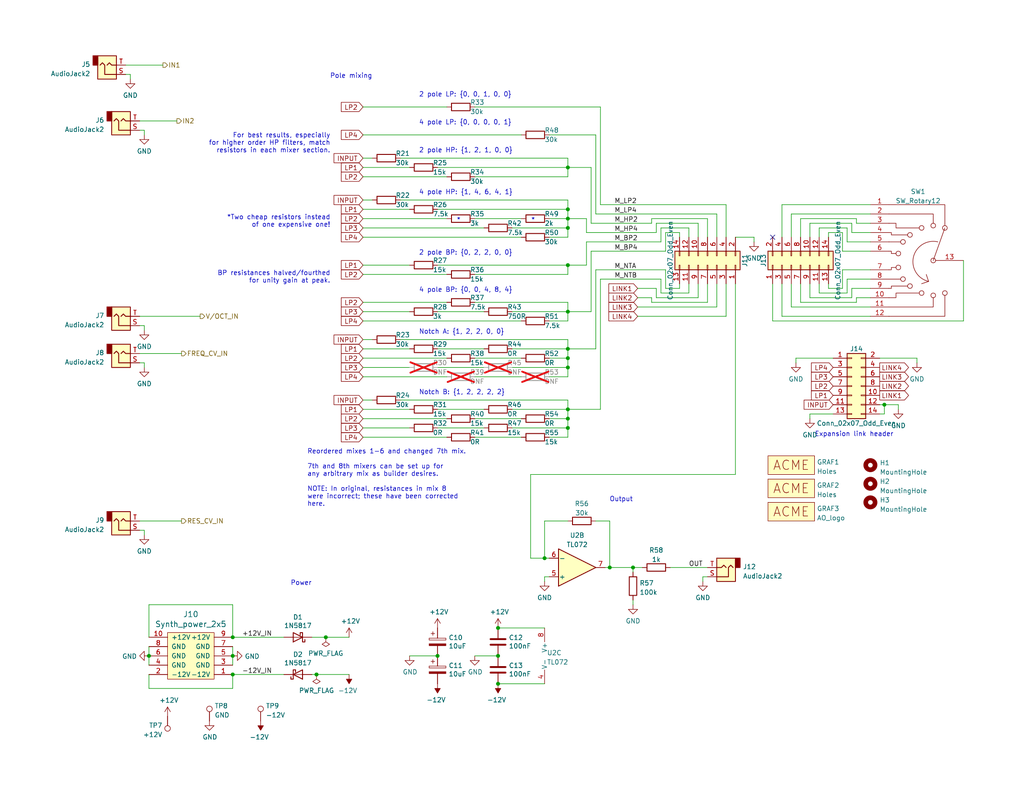
<source format=kicad_sch>
(kicad_sch (version 20221206) (generator eeschema)
  (paper "USLetter")
  (title_block (title "Pole mixing filter") (date "2022-03-29") (company "mods by Rich Holmes / Analog Output") (comment 1 "CC BY-NC-SA 4.0") (comment 2 "https://electricdruid.net/multimode-filters-part-2-pole-mixing-filters/") (comment 3 "Based on Electric Druid design "))
  (junction (at 154.94 62.23))
  (junction (at 154.94 95.25))
  (junction (at 40.64 179.07))
  (junction (at 154.94 57.15))
  (junction (at 135.89 186.69))
  (junction (at 241.3 110.49))
  (junction (at 154.94 100.33))
  (junction (at 166.37 154.94))
  (junction (at 154.94 111.76))
  (junction (at 135.89 179.07))
  (junction (at 88.9 173.99))
  (junction (at 148.59 152.4))
  (junction (at 86.36 184.15))
  (junction (at 154.94 72.39))
  (junction (at 119.38 179.07))
  (junction (at 135.89 171.45))
  (junction (at 154.94 85.09))
  (junction (at 154.94 116.84))
  (junction (at 63.5 179.07))
  (junction (at 154.94 114.3))
  (junction (at 154.94 97.79))
  (junction (at 63.5 173.99))
  (junction (at 154.94 45.72))
  (junction (at 172.72 154.94))
  (junction (at 63.5 184.15))
  (junction (at 154.94 59.69))
  (no_connect (at 210.82 64.77))
  (wire (pts (xy 119.38 95.25) (xy 132.08 95.25)))
  (wire (pts (xy 226.06 78.74) (xy 226.06 77.47)))
  (wire (pts (xy 99.06 116.84) (xy 111.76 116.84)))
  (wire (pts (xy 99.06 92.71) (xy 101.6 92.71)))
  (wire (pts (xy 148.59 158.75) (xy 148.59 157.48)))
  (wire (pts (xy 154.94 109.22) (xy 154.94 111.76)))
  (wire (pts (xy 179.07 60.96) (xy 190.5 60.96)))
  (wire (pts (xy 129.54 82.55) (xy 154.94 82.55)))
  (wire (pts (xy 177.8 60.96) (xy 177.8 59.69)))
  (wire (pts (xy 177.8 59.69) (xy 193.04 59.69)))
  (wire (pts (xy 139.7 100.33) (xy 154.94 100.33)))
  (wire (pts (xy 63.5 173.99) (xy 77.47 173.99)))
  (wire (pts (xy 129.54 97.79) (xy 142.24 97.79)))
  (wire (pts (xy 154.94 95.25) (xy 154.94 97.79)))
  (wire (pts (xy 193.04 157.48) (xy 191.77 157.48)))
  (wire (pts (xy 99.06 64.77) (xy 142.24 64.77)))
  (wire (pts (xy 250.19 97.79) (xy 240.03 97.79)))
  (wire (pts (xy 173.99 83.82) (xy 195.58 83.82)))
  (wire (pts (xy 148.59 171.45) (xy 135.89 171.45)))
  (wire (pts (xy 154.94 64.77) (xy 149.86 64.77)))
  (wire (pts (xy 88.9 173.99) (xy 95.25 173.99)))
  (wire (pts (xy 245.11 110.49) (xy 241.3 110.49)))
  (wire (pts (xy 182.88 154.94) (xy 193.04 154.94)))
  (wire (pts (xy 139.7 62.23) (xy 154.94 62.23)))
  (wire (pts (xy 148.59 186.69) (xy 135.89 186.69)))
  (wire (pts (xy 99.06 119.38) (xy 121.92 119.38)))
  (wire (pts (xy 223.52 62.23) (xy 231.14 62.23)))
  (wire (pts (xy 63.5 179.07) (xy 63.5 181.61)))
  (wire (pts (xy 172.72 154.94) (xy 172.72 156.21)))
  (wire (pts (xy 215.9 77.47) (xy 215.9 83.82)))
  (wire (pts (xy 154.94 59.69) (xy 154.94 62.23)))
  (wire (pts (xy 99.06 48.26) (xy 121.92 48.26)))
  (wire (pts (xy 233.68 59.69) (xy 233.68 60.96)))
  (wire (pts (xy 232.41 81.28) (xy 220.98 81.28)))
  (wire (pts (xy 99.06 72.39) (xy 111.76 72.39)))
  (wire (pts (xy 119.38 111.76) (xy 132.08 111.76)))
  (wire (pts (xy 172.72 154.94) (xy 175.26 154.94)))
  (wire (pts (xy 200.66 64.77) (xy 205.74 64.77)))
  (wire (pts (xy 63.5 165.1) (xy 63.5 173.99)))
  (wire (pts (xy 99.06 82.55) (xy 121.92 82.55)))
  (wire (pts (xy 148.59 157.48) (xy 149.86 157.48)))
  (wire (pts (xy 139.7 111.76) (xy 154.94 111.76)))
  (wire (pts (xy 129.54 59.69) (xy 142.24 59.69)))
  (wire (pts (xy 99.06 95.25) (xy 111.76 95.25)))
  (wire (pts (xy 149.86 36.83) (xy 162.56 36.83)))
  (wire (pts (xy 129.54 119.38) (xy 142.24 119.38)))
  (wire (pts (xy 109.22 54.61) (xy 154.94 54.61)))
  (wire (pts (xy 154.94 85.09) (xy 154.94 87.63)))
  (wire (pts (xy 231.14 76.2) (xy 231.14 80.01)))
  (wire (pts (xy 241.3 110.49) (xy 240.03 110.49)))
  (wire (pts (xy 99.06 114.3) (xy 121.92 114.3)))
  (wire (pts (xy 86.36 184.15) (xy 95.25 184.15)))
  (wire (pts (xy 177.8 81.28) (xy 177.8 82.55)))
  (wire (pts (xy 195.58 58.42) (xy 195.58 64.77)))
  (wire (pts (xy 223.52 62.23) (xy 223.52 64.77)))
  (wire (pts (xy 181.61 63.5) (xy 185.42 63.5)))
  (wire (pts (xy 250.19 97.79) (xy 250.19 99.06)))
  (wire (pts (xy 233.68 60.96) (xy 237.49 60.96)))
  (wire (pts (xy 180.34 66.04) (xy 180.34 62.23)))
  (wire (pts (xy 154.94 95.25) (xy 162.56 95.25)))
  (wire (pts (xy 63.5 184.15) (xy 77.47 184.15)))
  (wire (pts (xy 109.22 92.71) (xy 154.94 92.71)))
  (wire (pts (xy 109.22 109.22) (xy 154.94 109.22)))
  (wire (pts (xy 85.09 173.99) (xy 88.9 173.99)))
  (wire (pts (xy 166.37 154.94) (xy 172.72 154.94)))
  (wire (pts (xy 139.7 85.09) (xy 154.94 85.09)))
  (wire (pts (xy 237.49 66.04) (xy 231.14 66.04)))
  (wire (pts (xy 210.82 77.47) (xy 210.82 87.63)))
  (wire (pts (xy 179.07 78.74) (xy 179.07 81.28)))
  (wire (pts (xy 38.1 99.06) (xy 39.37 99.06)))
  (wire (pts (xy 119.38 100.33) (xy 132.08 100.33)))
  (wire (pts (xy 229.87 73.66) (xy 229.87 78.74)))
  (wire (pts (xy 129.54 48.26) (xy 154.94 48.26)))
  (wire (pts (xy 148.59 142.24) (xy 154.94 142.24)))
  (wire (pts (xy 160.02 59.69) (xy 160.02 63.5)))
  (wire (pts (xy 154.94 111.76) (xy 163.83 111.76)))
  (wire (pts (xy 160.02 72.39) (xy 160.02 66.04)))
  (wire (pts (xy 39.37 88.9) (xy 39.37 90.17)))
  (wire (pts (xy 99.06 102.87) (xy 121.92 102.87)))
  (wire (pts (xy 237.49 55.88) (xy 213.36 55.88)))
  (wire (pts (xy 195.58 77.47) (xy 195.58 83.82)))
  (wire (pts (xy 166.37 154.94) (xy 165.1 154.94)))
  (wire (pts (xy 173.99 81.28) (xy 177.8 81.28)))
  (wire (pts (xy 154.94 85.09) (xy 161.29 85.09)))
  (wire (pts (xy 149.86 152.4) (xy 148.59 152.4)))
  (wire (pts (xy 232.41 78.74) (xy 232.41 81.28)))
  (wire (pts (xy 99.06 62.23) (xy 132.08 62.23)))
  (wire (pts (xy 154.94 100.33) (xy 154.94 102.87)))
  (wire (pts (xy 161.29 60.96) (xy 177.8 60.96)))
  (wire (pts (xy 226.06 63.5) (xy 226.06 64.77)))
  (wire (pts (xy 40.64 187.96) (xy 63.5 187.96)))
  (wire (pts (xy 154.94 45.72) (xy 161.29 45.72)))
  (wire (pts (xy 144.78 129.54) (xy 144.78 152.4)))
  (wire (pts (xy 129.54 102.87) (xy 142.24 102.87)))
  (wire (pts (xy 205.74 66.04) (xy 205.74 64.77)))
  (wire (pts (xy 99.06 59.69) (xy 121.92 59.69)))
  (wire (pts (xy 237.49 58.42) (xy 215.9 58.42)))
  (wire (pts (xy 220.98 77.47) (xy 220.98 81.28)))
  (wire (pts (xy 160.02 66.04) (xy 180.34 66.04)))
  (wire (pts (xy 38.1 142.24) (xy 49.53 142.24)))
  (wire (pts (xy 99.06 45.72) (xy 111.76 45.72)))
  (wire (pts (xy 109.22 43.18) (xy 154.94 43.18)))
  (wire (pts (xy 35.56 20.32) (xy 35.56 21.59)))
  (wire (pts (xy 160.02 63.5) (xy 179.07 63.5)))
  (wire (pts (xy 99.06 29.21) (xy 121.92 29.21)))
  (wire (pts (xy 99.06 43.18) (xy 101.6 43.18)))
  (wire (pts (xy 154.94 114.3) (xy 154.94 116.84)))
  (wire (pts (xy 180.34 80.01) (xy 187.96 80.01)))
  (wire (pts (xy 232.41 60.96) (xy 220.98 60.96)))
  (wire (pts (xy 38.1 33.02) (xy 48.26 33.02)))
  (wire (pts (xy 163.83 55.88) (xy 198.12 55.88)))
  (wire (pts (xy 99.06 97.79) (xy 121.92 97.79)))
  (wire (pts (xy 163.83 29.21) (xy 163.83 55.88)))
  (wire (pts (xy 99.06 36.83) (xy 142.24 36.83)))
  (wire (pts (xy 213.36 55.88) (xy 213.36 64.77)))
  (wire (pts (xy 129.54 29.21) (xy 163.83 29.21)))
  (wire (pts (xy 119.38 72.39) (xy 154.94 72.39)))
  (wire (pts (xy 181.61 68.58) (xy 181.61 63.5)))
  (wire (pts (xy 154.94 72.39) (xy 154.94 74.93)))
  (wire (pts (xy 154.94 87.63) (xy 149.86 87.63)))
  (wire (pts (xy 173.99 86.36) (xy 198.12 86.36)))
  (wire (pts (xy 220.98 60.96) (xy 220.98 64.77)))
  (wire (pts (xy 40.64 176.53) (xy 40.64 179.07)))
  (wire (pts (xy 39.37 99.06) (xy 39.37 100.33)))
  (wire (pts (xy 129.54 74.93) (xy 154.94 74.93)))
  (wire (pts (xy 179.07 81.28) (xy 190.5 81.28)))
  (wire (pts (xy 237.49 76.2) (xy 231.14 76.2)))
  (wire (pts (xy 99.06 87.63) (xy 142.24 87.63)))
  (wire (pts (xy 198.12 77.47) (xy 198.12 86.36)))
  (wire (pts (xy 229.87 78.74) (xy 226.06 78.74)))
  (wire (pts (xy 163.83 111.76) (xy 163.83 76.2)))
  (wire (pts (xy 139.7 95.25) (xy 154.94 95.25)))
  (wire (pts (xy 231.14 66.04) (xy 231.14 62.23)))
  (wire (pts (xy 223.52 80.01) (xy 231.14 80.01)))
  (wire (pts (xy 180.34 62.23) (xy 187.96 62.23)))
  (wire (pts (xy 154.94 102.87) (xy 149.86 102.87)))
  (wire (pts (xy 262.89 87.63) (xy 262.89 71.12)))
  (wire (pts (xy 119.38 116.84) (xy 132.08 116.84)))
  (wire (pts (xy 39.37 144.78) (xy 39.37 146.05)))
  (wire (pts (xy 217.17 99.06) (xy 217.17 97.79)))
  (wire (pts (xy 149.86 97.79) (xy 154.94 97.79)))
  (wire (pts (xy 200.66 77.47) (xy 200.66 129.54)))
  (wire (pts (xy 154.94 111.76) (xy 154.94 114.3)))
  (wire (pts (xy 233.68 82.55) (xy 218.44 82.55)))
  (wire (pts (xy 233.68 59.69) (xy 218.44 59.69)))
  (wire (pts (xy 190.5 60.96) (xy 190.5 64.77)))
  (wire (pts (xy 162.56 73.66) (xy 181.61 73.66)))
  (wire (pts (xy 85.09 184.15) (xy 86.36 184.15)))
  (wire (pts (xy 229.87 63.5) (xy 226.06 63.5)))
  (wire (pts (xy 237.49 78.74) (xy 232.41 78.74)))
  (wire (pts (xy 38.1 88.9) (xy 39.37 88.9)))
  (wire (pts (xy 240.03 113.03) (xy 241.3 113.03)))
  (wire (pts (xy 162.56 95.25) (xy 162.56 73.66)))
  (wire (pts (xy 99.06 54.61) (xy 101.6 54.61)))
  (wire (pts (xy 148.59 142.24) (xy 148.59 152.4)))
  (wire (pts (xy 39.37 35.56) (xy 39.37 36.83)))
  (wire (pts (xy 190.5 77.47) (xy 190.5 81.28)))
  (wire (pts (xy 237.49 83.82) (xy 215.9 83.82)))
  (wire (pts (xy 245.11 111.76) (xy 245.11 110.49)))
  (wire (pts (xy 237.49 68.58) (xy 229.87 68.58)))
  (wire (pts (xy 166.37 142.24) (xy 166.37 154.94)))
  (wire (pts (xy 119.38 85.09) (xy 132.08 85.09)))
  (wire (pts (xy 215.9 58.42) (xy 215.9 64.77)))
  (wire (pts (xy 177.8 82.55) (xy 193.04 82.55)))
  (wire (pts (xy 218.44 77.47) (xy 218.44 82.55)))
  (wire (pts (xy 40.64 165.1) (xy 63.5 165.1)))
  (wire (pts (xy 154.94 62.23) (xy 154.94 64.77)))
  (wire (pts (xy 181.61 78.74) (xy 185.42 78.74)))
  (wire (pts (xy 154.94 57.15) (xy 154.94 59.69)))
  (wire (pts (xy 154.94 59.69) (xy 160.02 59.69)))
  (wire (pts (xy 40.64 179.07) (xy 40.64 181.61)))
  (wire (pts (xy 187.96 80.01) (xy 187.96 77.47)))
  (wire (pts (xy 38.1 86.36) (xy 54.61 86.36)))
  (wire (pts (xy 213.36 77.47) (xy 213.36 86.36)))
  (wire (pts (xy 38.1 96.52) (xy 49.53 96.52)))
  (wire (pts (xy 99.06 111.76) (xy 111.76 111.76)))
  (wire (pts (xy 232.41 63.5) (xy 232.41 60.96)))
  (wire (pts (xy 144.78 152.4) (xy 148.59 152.4)))
  (wire (pts (xy 149.86 114.3) (xy 154.94 114.3)))
  (wire (pts (xy 119.38 57.15) (xy 154.94 57.15)))
  (wire (pts (xy 154.94 116.84) (xy 154.94 119.38)))
  (wire (pts (xy 99.06 100.33) (xy 111.76 100.33)))
  (wire (pts (xy 193.04 77.47) (xy 193.04 82.55)))
  (wire (pts (xy 99.06 74.93) (xy 121.92 74.93)))
  (wire (pts (xy 154.94 82.55) (xy 154.94 85.09)))
  (wire (pts (xy 210.82 87.63) (xy 262.89 87.63)))
  (wire (pts (xy 161.29 45.72) (xy 161.29 60.96)))
  (wire (pts (xy 154.94 45.72) (xy 154.94 48.26)))
  (wire (pts (xy 154.94 92.71) (xy 154.94 95.25)))
  (wire (pts (xy 185.42 63.5) (xy 185.42 64.77)))
  (wire (pts (xy 223.52 80.01) (xy 223.52 77.47)))
  (wire (pts (xy 38.1 35.56) (xy 39.37 35.56)))
  (wire (pts (xy 162.56 36.83) (xy 162.56 58.42)))
  (wire (pts (xy 40.64 173.99) (xy 40.64 165.1)))
  (wire (pts (xy 187.96 62.23) (xy 187.96 64.77)))
  (wire (pts (xy 241.3 110.49) (xy 241.3 113.03)))
  (wire (pts (xy 237.49 73.66) (xy 229.87 73.66)))
  (wire (pts (xy 229.87 68.58) (xy 229.87 63.5)))
  (wire (pts (xy 233.68 81.28) (xy 237.49 81.28)))
  (wire (pts (xy 129.54 114.3) (xy 142.24 114.3)))
  (wire (pts (xy 185.42 77.47) (xy 185.42 78.74)))
  (wire (pts (xy 233.68 82.55) (xy 233.68 81.28)))
  (wire (pts (xy 99.06 57.15) (xy 111.76 57.15)))
  (wire (pts (xy 63.5 176.53) (xy 63.5 179.07)))
  (wire (pts (xy 220.98 114.3) (xy 220.98 113.03)))
  (wire (pts (xy 154.94 72.39) (xy 160.02 72.39)))
  (wire (pts (xy 162.56 142.24) (xy 166.37 142.24)))
  (wire (pts (xy 129.54 179.07) (xy 135.89 179.07)))
  (wire (pts (xy 181.61 73.66) (xy 181.61 78.74)))
  (wire (pts (xy 172.72 163.83) (xy 172.72 165.1)))
  (wire (pts (xy 161.29 85.09) (xy 161.29 68.58)))
  (wire (pts (xy 217.17 97.79) (xy 227.33 97.79)))
  (wire (pts (xy 139.7 116.84) (xy 154.94 116.84)))
  (wire (pts (xy 63.5 187.96) (xy 63.5 184.15)))
  (wire (pts (xy 198.12 55.88) (xy 198.12 64.77)))
  (wire (pts (xy 99.06 85.09) (xy 111.76 85.09)))
  (wire (pts (xy 220.98 113.03) (xy 227.33 113.03)))
  (wire (pts (xy 144.78 129.54) (xy 200.66 129.54)))
  (wire (pts (xy 237.49 86.36) (xy 213.36 86.36)))
  (wire (pts (xy 34.29 17.78) (xy 44.45 17.78)))
  (wire (pts (xy 193.04 59.69) (xy 193.04 64.77)))
  (wire (pts (xy 237.49 63.5) (xy 232.41 63.5)))
  (wire (pts (xy 161.29 68.58) (xy 181.61 68.58)))
  (wire (pts (xy 149.86 59.69) (xy 154.94 59.69)))
  (wire (pts (xy 154.94 43.18) (xy 154.94 45.72)))
  (wire (pts (xy 111.76 179.07) (xy 119.38 179.07)))
  (wire (pts (xy 34.29 20.32) (xy 35.56 20.32)))
  (wire (pts (xy 119.38 45.72) (xy 154.94 45.72)))
  (wire (pts (xy 218.44 59.69) (xy 218.44 64.77)))
  (wire (pts (xy 38.1 144.78) (xy 39.37 144.78)))
  (wire (pts (xy 163.83 76.2) (xy 180.34 76.2)))
  (wire (pts (xy 40.64 184.15) (xy 40.64 187.96)))
  (wire (pts (xy 154.94 97.79) (xy 154.94 100.33)))
  (wire (pts (xy 154.94 119.38) (xy 149.86 119.38)))
  (wire (pts (xy 154.94 54.61) (xy 154.94 57.15)))
  (wire (pts (xy 173.99 78.74) (xy 179.07 78.74)))
  (wire (pts (xy 191.77 157.48) (xy 191.77 158.75)))
  (wire (pts (xy 180.34 76.2) (xy 180.34 80.01)))
  (wire (pts (xy 162.56 58.42) (xy 195.58 58.42)))
  (wire (pts (xy 99.06 109.22) (xy 101.6 109.22)))
  (wire (pts (xy 179.07 63.5) (xy 179.07 60.96)))
  (text "Pole mixing" (at 101.6 21.59 0) (effects (font (size 1.27 1.27)) (justify right bottom)))
  (text "4 pole BP: {0, 0, 4, 8, 4}" (at 114.3 80.01 0) (effects (font (size 1.27 1.27)) (justify left bottom)))
  (text "2 pole BP: {0, 2, 2, 0, 0}" (at 114.3 69.85 0) (effects (font (size 1.27 1.27)) (justify left bottom)))
  (text "2 pole HP: {1, 2, 1, 0, 0}" (at 114.3 41.91 0) (effects (font (size 1.27 1.27)) (justify left bottom)))
  (text "Power" (at 85.09 160.02 0) (effects (font (size 1.27 1.27)) (justify right bottom)))
  (text "*" (at 146.05 60.96 0) (effects (font (size 1.27 1.27)) (justify right bottom)))
  (text "4 pole LP: {0, 0, 0, 0, 1}" (at 114.3 34.29 0) (effects (font (size 1.27 1.27)) (justify left bottom)))
  (text "2 pole LP: {0, 0, 1, 0, 0}" (at 114.3 26.67 0) (effects (font (size 1.27 1.27)) (justify left bottom)))
  (text "For best results, especially\nfor higher order HP filters, match\nresistors in each mixer section." (at 90.17 41.91 0) (effects (font (size 1.27 1.27)) (justify right bottom)))
  (text "Output" (at 172.72 137.16 0) (effects (font (size 1.27 1.27)) (justify right bottom)))
  (text "BP resistances halved/fourthed\nfor unity gain at peak." (at 90.17 77.47 0) (effects (font (size 1.27 1.27)) (justify right bottom)))
  (text "*Two cheap resistors instead\nof one expensive one!" (at 90.17 62.23 0) (effects (font (size 1.27 1.27)) (justify right bottom)))
  (text "Notch A: {1, 2, 2, 0, 0}" (at 114.3 91.44 0) (effects (font (size 1.27 1.27)) (justify left bottom)))
  (text "Notch B: {1, 2, 2, 2, 2}" (at 114.3 107.95 0) (effects (font (size 1.27 1.27)) (justify left bottom)))
  (text "4 pole HP: {1, 4, 6, 4, 1}" (at 114.3 53.34 0) (effects (font (size 1.27 1.27)) (justify left bottom)))
  (text "Expansion link header\n" (at 243.84 119.38 0) (effects (font (size 1.27 1.27)) (justify right bottom)))
  (text "*" (at 125.73 60.96 0) (effects (font (size 1.27 1.27)) (justify right bottom)))
  (text "Reordered mixes 1-6 and changed 7th mix.\n\n7th and 8th mixers can be set up for \nany arbitrary mix as builder desires.\n\nNOTE: In original, resistances in mix 8\nwere incorrect; these have been corrected\nhere.\n" (at 83.82 138.43 0) (effects (font (size 1.27 1.27)) (justify left bottom)))
  (label "M_LP2" (at 167.64 55.88 0))
  (label "M_NTB" (at 167.64 76.2 0))
  (label "M_HP4" (at 167.64 63.5 0))
  (label "M_BP2" (at 167.64 66.04 0))
  (label "OUT" (at 191.77 154.94 180))
  (label "M_LP4" (at 167.64 58.42 0))
  (label "M_BP4" (at 167.64 68.58 0))
  (label "M_NTA" (at 167.64 73.66 0))
  (label "-12V_IN" (at 66.04 184.15 0))
  (label "+12V_IN" (at 66.04 173.99 0))
  (label "M_HP2" (at 167.64 60.96 0))
  (global_label "LP4" (shape input) (at 99.06 87.63 180) (property "Intersheetrefs" "${INTERSHEET_REFS}" (effects hide)))
  (global_label "LP1" (shape input) (at 99.06 57.15 180) (property "Intersheetrefs" "${INTERSHEET_REFS}" (effects hide)))
  (global_label "INPUT" (shape input) (at 99.06 54.61 180) (property "Intersheetrefs" "${INTERSHEET_REFS}" (effects hide)))
  (global_label "LP2" (shape input) (at 99.06 82.55 180) (property "Intersheetrefs" "${INTERSHEET_REFS}" (effects hide)))
  (global_label "LINK4" (shape output) (at 240.03 100.33 0) (property "Intersheetrefs" "${INTERSHEET_REFS}" (effects hide)))
  (global_label "INPUT" (shape input) (at 99.06 92.71 180) (property "Intersheetrefs" "${INTERSHEET_REFS}" (effects hide)))
  (global_label "LP2" (shape input) (at 99.06 97.79 180) (property "Intersheetrefs" "${INTERSHEET_REFS}" (effects hide)))
  (global_label "LP1" (shape input) (at 99.06 95.25 180) (property "Intersheetrefs" "${INTERSHEET_REFS}" (effects hide)))
  (global_label "LP3" (shape input) (at 99.06 85.09 180) (property "Intersheetrefs" "${INTERSHEET_REFS}" (effects hide)))
  (global_label "LP4" (shape input) (at 227.33 100.33 180) (property "Intersheetrefs" "${INTERSHEET_REFS}" (effects hide)))
  (global_label "LP2" (shape input) (at 99.06 59.69 180) (property "Intersheetrefs" "${INTERSHEET_REFS}" (effects hide)))
  (global_label "LP3" (shape input) (at 99.06 100.33 180) (property "Intersheetrefs" "${INTERSHEET_REFS}" (effects hide)))
  (global_label "LP2" (shape input) (at 99.06 114.3 180) (property "Intersheetrefs" "${INTERSHEET_REFS}" (effects hide)))
  (global_label "LP4" (shape input) (at 99.06 102.87 180) (property "Intersheetrefs" "${INTERSHEET_REFS}" (effects hide)))
  (global_label "LP1" (shape input) (at 99.06 111.76 180) (property "Intersheetrefs" "${INTERSHEET_REFS}" (effects hide)))
  (global_label "LP2" (shape input) (at 99.06 48.26 180) (property "Intersheetrefs" "${INTERSHEET_REFS}" (effects hide)))
  (global_label "LP1" (shape input) (at 99.06 72.39 180) (property "Intersheetrefs" "${INTERSHEET_REFS}" (effects hide)))
  (global_label "LP4" (shape input) (at 99.06 64.77 180) (property "Intersheetrefs" "${INTERSHEET_REFS}" (effects hide)))
  (global_label "LP3" (shape input) (at 99.06 116.84 180) (property "Intersheetrefs" "${INTERSHEET_REFS}" (effects hide)))
  (global_label "LP3" (shape input) (at 99.06 62.23 180) (property "Intersheetrefs" "${INTERSHEET_REFS}" (effects hide)))
  (global_label "LP3" (shape input) (at 227.33 102.87 180) (property "Intersheetrefs" "${INTERSHEET_REFS}" (effects hide)))
  (global_label "LINK2" (shape input) (at 173.99 81.28 180) (property "Intersheetrefs" "${INTERSHEET_REFS}" (effects hide)))
  (global_label "LP4" (shape input) (at 99.06 36.83 180) (property "Intersheetrefs" "${INTERSHEET_REFS}" (effects hide)))
  (global_label "LINK3" (shape input) (at 173.99 83.82 180) (property "Intersheetrefs" "${INTERSHEET_REFS}" (effects hide)))
  (global_label "LINK1" (shape output) (at 240.03 107.95 0) (property "Intersheetrefs" "${INTERSHEET_REFS}" (effects hide)))
  (global_label "LINK3" (shape output) (at 240.03 102.87 0) (property "Intersheetrefs" "${INTERSHEET_REFS}" (effects hide)))
  (global_label "LP1" (shape input) (at 99.06 45.72 180) (property "Intersheetrefs" "${INTERSHEET_REFS}" (effects hide)))
  (global_label "INPUT" (shape input) (at 227.33 110.49 180) (property "Intersheetrefs" "${INTERSHEET_REFS}" (effects hide)))
  (global_label "LP4" (shape input) (at 99.06 119.38 180) (property "Intersheetrefs" "${INTERSHEET_REFS}" (effects hide)))
  (global_label "LINK4" (shape input) (at 173.99 86.36 180) (property "Intersheetrefs" "${INTERSHEET_REFS}" (effects hide)))
  (global_label "LP2" (shape input) (at 227.33 105.41 180) (property "Intersheetrefs" "${INTERSHEET_REFS}" (effects hide)))
  (global_label "LP1" (shape input) (at 227.33 107.95 180) (property "Intersheetrefs" "${INTERSHEET_REFS}" (effects hide)))
  (global_label "LINK1" (shape input) (at 173.99 78.74 180) (property "Intersheetrefs" "${INTERSHEET_REFS}" (effects hide)))
  (global_label "LINK2" (shape output) (at 240.03 105.41 0) (property "Intersheetrefs" "${INTERSHEET_REFS}" (effects hide)))
  (global_label "LP2" (shape input) (at 99.06 74.93 180) (property "Intersheetrefs" "${INTERSHEET_REFS}" (effects hide)))
  (global_label "INPUT" (shape input) (at 99.06 43.18 180) (property "Intersheetrefs" "${INTERSHEET_REFS}" (effects hide)))
  (global_label "LP2" (shape input) (at 99.06 29.21 180) (property "Intersheetrefs" "${INTERSHEET_REFS}" (effects hide)))
  (global_label "INPUT" (shape input) (at 99.06 109.22 180) (property "Intersheetrefs" "${INTERSHEET_REFS}" (effects hide)))
  (hierarchical_label "FREQ_CV_IN" (shape output) (at 49.53 96.52 0))
  (hierarchical_label "IN2" (shape output) (at 48.26 33.02 0))
  (hierarchical_label "IN1" (shape output) (at 44.45 17.78 0))
  (hierarchical_label "RES_CV_IN" (shape output) (at 49.53 142.24 0))
  (hierarchical_label "V{slash}OCT_IN" (shape output) (at 54.61 86.36 0))
  (symbol (lib_id "AO_symbols:R") (at 146.05 102.87 90) (unit 1) (in_bom no) (dnp yes)
    (property "Reference" "R53" (at 148.59 101.6 90) (effects (justify right)))
    (property "Value" "DNF" (at 148.59 104.14 90) (effects (justify right)))
    (property "Footprint" "pmf:R_Axial_DNF_L6.3mm_P10.16mm_Horizontal" (effects hide))
    (property "Vendor" "Tayda" (effects hide))
  )
  (symbol (lib_id "power:GND") (at 245.11 111.76 0) (unit 1)
    (property "Reference" "#PWR071" (effects hide))
    (property "Value" "GND" (at 245.11 116.2034 0))
  )
  (symbol (lib_id "AO_symbols:R") (at 146.05 59.69 90) (unit 1)
    (property "Reference" "R49" (at 148.59 58.42 90) (effects (justify right)))
    (property "Value" "2k" (at 148.59 60.96 90) (effects (justify right)))
    (property "Footprint" "AO_tht:R_Axial_DIN0207_L6.3mm_D2.5mm_P10.16mm_Horizontal" (effects hide))
    (property "Vendor" "Tayda" (effects hide))
  )
  (symbol (lib_id "AO_symbols:R") (at 105.41 43.18 90) (unit 1)
    (property "Reference" "R21" (at 107.95 41.91 90) (effects (justify right)))
    (property "Value" "30k" (at 107.95 44.45 90) (effects (justify right)))
    (property "Footprint" "AO_tht:R_Axial_DIN0207_L6.3mm_D2.5mm_P10.16mm_Horizontal" (effects hide))
    (property "Vendor" "Tayda" (effects hide))
  )
  (symbol (lib_id "AO_symbols:R") (at 135.89 85.09 90) (unit 1)
    (property "Reference" "R43" (at 138.43 83.82 90) (effects (justify right)))
    (property "Value" "750R" (at 138.43 86.36 90) (effects (justify right)))
    (property "Footprint" "AO_tht:R_Axial_DIN0207_L6.3mm_D2.5mm_P10.16mm_Horizontal" (effects hide))
    (property "Vendor" "Tayda" (effects hide))
  )
  (symbol (lib_id "power:GND") (at 39.37 100.33 0) (unit 1)
    (property "Reference" "#PWR019" (effects hide))
    (property "Value" "GND" (at 39.37 104.7734 0))
  )
  (symbol (lib_id "AO_symbols:R") (at 172.72 160.02 0) (unit 1)
    (property "Reference" "R57" (at 174.498 159.1853 0) (effects (justify left)))
    (property "Value" "100k" (at 174.498 161.7222 0) (effects (justify left)))
    (property "Footprint" "AO_tht:R_Axial_DIN0207_L6.3mm_D2.5mm_P10.16mm_Horizontal" (effects hide))
    (property "Vendor" "Tayda" (effects hide))
  )
  (symbol (lib_id "power:GND") (at 129.54 179.07 0) (unit 1)
    (property "Reference" "#PWR031" (effects hide))
    (property "Value" "GND" (at 129.667 183.4642 0))
  )
  (symbol (lib_id "power:+12V") (at 45.72 195.58 0) (unit 1)
    (property "Reference" "#PWR022" (effects hide))
    (property "Value" "+12V" (at 46.101 191.1858 0))
  )
  (symbol (lib_id "power:PWR_FLAG") (at 86.36 184.15 0) (mirror x) (unit 1)
    (property "Reference" "#FLG01" (effects hide))
    (property "Value" "PWR_FLAG" (at 86.36 188.5442 0))
  )
  (symbol (lib_id "AO_symbols:CP") (at 119.38 182.88 0) (unit 1)
    (property "Reference" "C11" (at 122.3772 181.7116 0) (effects (justify left)))
    (property "Value" "10uF" (at 122.3772 184.023 0) (effects (justify left)))
    (property "Footprint" "AO_tht:CP_Radial_D6.3mm_P2.50mm" (effects hide))
    (property "Vendor" "Tayda" (effects hide))
    (property "SKU" "A-4349" (effects hide))
  )
  (symbol (lib_id "power:+12V") (at 135.89 171.45 0) (unit 1)
    (property "Reference" "#PWR032" (effects hide))
    (property "Value" "+12V" (at 136.271 167.0558 0))
  )
  (symbol (lib_id "AO_symbols:R") (at 179.07 154.94 90) (unit 1)
    (property "Reference" "R58" (at 179.07 150.2242 90))
    (property "Value" "1k" (at 179.07 152.7611 90))
    (property "Footprint" "AO_tht:R_Axial_DIN0207_L6.3mm_D2.5mm_P10.16mm_Horizontal" (effects hide))
    (property "Vendor" "Tayda" (effects hide))
  )
  (symbol (lib_id "AO_symbols:R") (at 135.89 111.76 90) (unit 1)
    (property "Reference" "R46" (at 138.43 110.49 90) (effects (justify right)))
    (property "Value" "0R" (at 138.43 113.03 90) (effects (justify right)))
    (property "Footprint" "pmf:Wire_Jumper_10.16" (effects hide))
    (property "Vendor" "Tayda" (effects hide))
    (property "Description" "Populate with wire jumper (resistor leg)" (effects hide))
  )
  (symbol (lib_id "AO_symbols:AudioJack2") (at 33.02 33.02 0) (mirror x) (unit 1)
    (property "Reference" "J6" (at 28.4481 32.8203 0) (effects (justify right)))
    (property "Value" "AudioJack2" (at 28.4481 35.3572 0) (effects (justify right)))
    (property "Footprint" "AO_tht:Jack_6.35mm_PJ_629HAN_slots" (effects hide))
    (property "Vendor" "Tayda" (effects hide))
    (property "SKU" "A-1121" (effects hide))
  )
  (symbol (lib_id "AO_symbols:R") (at 115.57 111.76 90) (unit 1)
    (property "Reference" "R31" (at 118.11 110.49 90) (effects (justify right)))
    (property "Value" "15k" (at 118.11 113.03 90) (effects (justify right)))
    (property "Footprint" "AO_tht:R_Axial_DIN0207_L6.3mm_D2.5mm_P10.16mm_Horizontal" (effects hide))
    (property "Vendor" "Tayda" (effects hide))
  )
  (symbol (lib_id "AO_symbols:R") (at 135.89 95.25 90) (unit 1)
    (property "Reference" "R44" (at 138.43 93.98 90) (effects (justify right)))
    (property "Value" "0R" (at 138.43 96.52 90) (effects (justify right)))
    (property "Footprint" "pmf:Wire_Jumper_10.16" (effects hide))
    (property "Vendor" "Tayda" (effects hide))
    (property "Description" "Populate with wire jumper (resistor leg)" (effects hide))
  )
  (symbol (lib_id "AO_symbols:R") (at 146.05 64.77 90) (unit 1)
    (property "Reference" "R50" (at 148.59 63.5 90) (effects (justify right)))
    (property "Value" "30k" (at 148.59 66.04 90) (effects (justify right)))
    (property "Footprint" "AO_tht:R_Axial_DIN0207_L6.3mm_D2.5mm_P10.16mm_Horizontal" (effects hide))
    (property "Vendor" "Tayda" (effects hide))
  )
  (symbol (lib_id "AO_symbols:MountingHole") (at 237.49 127 0) (unit 1) (in_bom no)
    (property "Reference" "H1" (at 240.03 126.365 0) (effects (justify left)))
    (property "Value" "MountingHole" (at 240.03 128.905 0) (effects (justify left)))
    (property "Footprint" "AO_tht:MountingHole_3.2mm_M3" (effects hide))
    (property "Config" "DNF" (effects hide))
  )
  (symbol (lib_id "power:GND") (at 35.56 21.59 0) (unit 1)
    (property "Reference" "#PWR016" (effects hide))
    (property "Value" "GND" (at 35.56 26.0334 0))
  )
  (symbol (lib_id "AO_symbols:R") (at 158.75 142.24 90) (unit 1)
    (property "Reference" "R56" (at 158.75 137.5242 90))
    (property "Value" "30k" (at 158.75 140.0611 90))
    (property "Footprint" "AO_tht:R_Axial_DIN0207_L6.3mm_D2.5mm_P10.16mm_Horizontal" (effects hide))
    (property "Vendor" "Tayda" (effects hide))
  )
  (symbol (lib_id "Connector_Generic:Conn_02x07_Odd_Even") (at 232.41 105.41 0) (unit 1)
    (property "Reference" "J14" (at 233.68 95.25 0))
    (property "Value" "Conn_02x07_Odd_Even" (at 233.68 115.57 0))
    (property "Footprint" "Connector_PinHeader_2.54mm:PinHeader_2x07_P2.54mm_Vertical" (effects hide))
  )
  (symbol (lib_id "AO_symbols:R") (at 115.57 95.25 90) (unit 1)
    (property "Reference" "R29" (at 118.11 93.98 90) (effects (justify right)))
    (property "Value" "15k" (at 118.11 96.52 90) (effects (justify right)))
    (property "Footprint" "AO_tht:R_Axial_DIN0207_L6.3mm_D2.5mm_P10.16mm_Horizontal" (effects hide))
    (property "Vendor" "Tayda" (effects hide))
  )
  (symbol (lib_id "AO_symbols:R") (at 105.41 109.22 90) (unit 1)
    (property "Reference" "R24" (at 107.95 107.95 90) (effects (justify right)))
    (property "Value" "30k" (at 107.95 110.49 90) (effects (justify right)))
    (property "Footprint" "AO_tht:R_Axial_DIN0207_L6.3mm_D2.5mm_P10.16mm_Horizontal" (effects hide))
    (property "Vendor" "Tayda" (effects hide))
  )
  (symbol (lib_id "power:GND") (at 220.98 114.3 0) (mirror y) (unit 1)
    (property "Reference" "#PWR073" (effects hide))
    (property "Value" "GND" (at 220.98 118.7434 0))
  )
  (symbol (lib_id "AO_symbols:R") (at 115.57 57.15 90) (unit 1)
    (property "Reference" "R26" (at 118.11 55.88 90) (effects (justify right)))
    (property "Value" "7.5k" (at 118.11 58.42 90) (effects (justify right)))
    (property "Footprint" "AO_tht:R_Axial_DIN0207_L6.3mm_D2.5mm_P10.16mm_Horizontal" (effects hide))
    (property "Vendor" "Tayda" (effects hide))
  )
  (symbol (lib_id "power:PWR_FLAG") (at 88.9 173.99 0) (mirror x) (unit 1)
    (property "Reference" "#FLG02" (effects hide))
    (property "Value" "PWR_FLAG" (at 88.9 178.3842 0))
  )
  (symbol (lib_id "AO_symbols:SW_Rotary12") (at 247.65 71.12 0) (mirror y) (unit 1) (on_board no)
    (property "Reference" "SW1" (at 250.5075 52.3072 0))
    (property "Value" "SW_Rotary12" (at 250.5075 54.8441 0))
    (property "Footprint" "AO_tht:Rotary_Switch" (effects hide))
    (property "Datasheet" "http://cdn-reichelt.de/documents/datenblatt/C200/DS-Serie%23LOR.pdf" (effects hide))
    (property "Vendor" "Tayda" (effects hide))
    (property "SKU" "A-1893" (effects hide))
  )
  (symbol (lib_id "AO_symbols:R") (at 146.05 114.3 90) (unit 1)
    (property "Reference" "R54" (at 148.59 113.03 90) (effects (justify right)))
    (property "Value" "0R" (at 148.59 115.57 90) (effects (justify right)))
    (property "Footprint" "pmf:Wire_Jumper_10.16" (effects hide))
    (property "Vendor" "Tayda" (effects hide))
    (property "Description" "Populate with wire jumper (resistor leg)" (effects hide))
  )
  (symbol (lib_id "AO_symbols:R") (at 146.05 97.79 90) (unit 1)
    (property "Reference" "R52" (at 148.59 96.52 90) (effects (justify right)))
    (property "Value" "0R" (at 148.59 99.06 90) (effects (justify right)))
    (property "Footprint" "pmf:Wire_Jumper_10.16" (effects hide))
    (property "Vendor" "Tayda" (effects hide))
    (property "Description" "Populate with wire jumper (resistor leg)" (effects hide))
  )
  (symbol (lib_id "AO_symbols:AudioJack2") (at 33.02 96.52 0) (mirror x) (unit 1)
    (property "Reference" "J8" (at 28.4481 96.3203 0) (effects (justify right)))
    (property "Value" "AudioJack2" (at 28.4481 98.8572 0) (effects (justify right)))
    (property "Footprint" "AO_tht:Jack_6.35mm_PJ_629HAN_slots" (effects hide))
    (property "Vendor" "Tayda" (effects hide))
    (property "SKU" "A-1121" (effects hide))
  )
  (symbol (lib_id "AO_symbols:R") (at 135.89 116.84 90) (unit 1) (in_bom no)
    (property "Reference" "R47" (at 138.43 115.57 90) (effects (justify right)))
    (property "Value" "15k" (at 138.43 118.11 90) (effects (justify right)))
    (property "Footprint" "AO_tht:R_Axial_DIN0207_L6.3mm_D2.5mm_P10.16mm_Horizontal" (effects hide))
    (property "Vendor" "Tayda" (effects hide))
  )
  (symbol (lib_id "power:GND") (at 172.72 165.1 0) (unit 1)
    (property "Reference" "#PWR036" (effects hide))
    (property "Value" "GND" (at 172.72 169.5434 0))
  )
  (symbol (lib_id "AO_symbols:R") (at 115.57 100.33 90) (unit 1) (in_bom no) (dnp yes)
    (property "Reference" "R30" (at 118.11 99.06 90) (effects (justify right)))
    (property "Value" "DNF" (at 118.11 101.6 90) (effects (justify right)))
    (property "Footprint" "pmf:R_Axial_DNF_L6.3mm_P10.16mm_Horizontal" (effects hide))
    (property "Vendor" "Tayda" (effects hide))
  )
  (symbol (lib_id "AO_symbols:R") (at 125.73 74.93 90) (unit 1)
    (property "Reference" "R36" (at 128.27 73.66 90) (effects (justify right)))
    (property "Value" "15k" (at 128.27 76.2 90) (effects (justify right)))
    (property "Footprint" "AO_tht:R_Axial_DIN0207_L6.3mm_D2.5mm_P10.16mm_Horizontal" (effects hide))
    (property "Vendor" "Tayda" (effects hide))
  )
  (symbol (lib_id "AO_symbols:TL072") (at 146.05 179.07 0) (mirror y) (unit 3)
    (property "Reference" "U2" (at 149.225 178.2353 0) (effects (justify right)))
    (property "Value" "TL072" (at 149.225 180.7722 0) (effects (justify right)))
    (property "Footprint" "AO_tht:DIP-8_W7.62mm_Socket_LongPads" (effects hide))
    (property "Vendor" "Tayda" (effects hide))
    (property "SKU" "A-037" (effects hide))
  )
  (symbol (lib_id "power:+12V") (at 119.38 171.45 0) (unit 1)
    (property "Reference" "#PWR029" (effects hide))
    (property "Value" "+12V" (at 119.761 167.0558 0))
  )
  (symbol (lib_id "AO_symbols:TestPoint") (at 57.15 196.85 0) (unit 1) (in_bom no)
    (property "Reference" "TP8" (at 58.547 192.7133 0) (effects (justify left)))
    (property "Value" "GND" (at 58.547 195.2502 0) (effects (justify left)))
    (property "Footprint" "AO_tht:TestPoint_THTPad_D1.5mm_Drill0.7mm" (effects hide))
    (property "Config" "DNF" (effects hide))
  )
  (symbol (lib_id "AO_symbols:AudioJack2") (at 29.21 17.78 0) (mirror x) (unit 1)
    (property "Reference" "J5" (at 24.6381 17.5803 0) (effects (justify right)))
    (property "Value" "AudioJack2" (at 24.6381 20.1172 0) (effects (justify right)))
    (property "Footprint" "AO_tht:Jack_6.35mm_PJ_629HAN_slots" (effects hide))
    (property "Vendor" "Tayda" (effects hide))
    (property "SKU" "A-1121" (effects hide))
  )
  (symbol (lib_id "power:GND") (at 57.15 196.85 0) (unit 1)
    (property "Reference" "#PWR023" (effects hide))
    (property "Value" "GND" (at 57.277 201.2442 0))
  )
  (symbol (lib_id "AO_symbols:R") (at 146.05 87.63 90) (unit 1)
    (property "Reference" "R51" (at 148.59 86.36 90) (effects (justify right)))
    (property "Value" "7.5k" (at 148.59 88.9 90) (effects (justify right)))
    (property "Footprint" "AO_tht:R_Axial_DIN0207_L6.3mm_D2.5mm_P10.16mm_Horizontal" (effects hide))
    (property "Vendor" "Tayda" (effects hide))
  )
  (symbol (lib_id "power:GND") (at 63.5 179.07 90) (mirror x) (unit 1)
    (property "Reference" "#PWR024" (effects hide))
    (property "Value" "GND" (at 66.7512 179.197 90) (effects (justify right)))
  )
  (symbol (lib_id "power:GND") (at 205.74 66.04 0) (unit 1)
    (property "Reference" "#PWR072" (effects hide))
    (property "Value" "GND" (at 205.74 70.4834 0))
  )
  (symbol (lib_id "AO_symbols:R") (at 115.57 72.39 90) (unit 1)
    (property "Reference" "R27" (at 118.11 71.12 90) (effects (justify right)))
    (property "Value" "15k" (at 118.11 73.66 90) (effects (justify right)))
    (property "Footprint" "AO_tht:R_Axial_DIN0207_L6.3mm_D2.5mm_P10.16mm_Horizontal" (effects hide))
    (property "Vendor" "Tayda" (effects hide))
  )
  (symbol (lib_id "AO_symbols:MountingHole") (at 237.49 132.08 0) (unit 1) (in_bom no)
    (property "Reference" "H2" (at 240.03 131.445 0) (effects (justify left)))
    (property "Value" "MountingHole" (at 240.03 133.985 0) (effects (justify left)))
    (property "Footprint" "AO_tht:MountingHole_3.2mm_M3" (effects hide))
    (property "Config" "DNF" (effects hide))
  )
  (symbol (lib_id "power:+12V") (at 95.25 173.99 0) (unit 1)
    (property "Reference" "#PWR026" (effects hide))
    (property "Value" "+12V" (at 95.631 169.5958 0))
  )
  (symbol (lib_id "AO_symbols:CP") (at 119.38 175.26 0) (unit 1)
    (property "Reference" "C10" (at 122.3772 174.0916 0) (effects (justify left)))
    (property "Value" "10uF" (at 122.3772 176.403 0) (effects (justify left)))
    (property "Footprint" "AO_tht:CP_Radial_D6.3mm_P2.50mm" (effects hide))
    (property "Vendor" "Tayda" (effects hide))
    (property "SKU" "A-4349" (effects hide))
  )
  (symbol (lib_id "power:GND") (at 39.37 146.05 0) (unit 1)
    (property "Reference" "#PWR020" (effects hide))
    (property "Value" "GND" (at 39.37 150.4934 0))
  )
  (symbol (lib_id "power:GND") (at 40.64 179.07 270) (unit 1)
    (property "Reference" "#PWR021" (effects hide))
    (property "Value" "GND" (at 37.3888 179.197 90) (effects (justify right)))
  )
  (symbol (lib_id "power:GND") (at 191.77 158.75 0) (unit 1)
    (property "Reference" "#PWR037" (effects hide))
    (property "Value" "GND" (at 191.77 163.1934 0))
  )
  (symbol (lib_id "power:-12V") (at 71.12 196.85 180) (unit 1)
    (property "Reference" "#PWR025" (effects hide))
    (property "Value" "-12V" (at 70.739 201.2442 0))
  )
  (symbol (lib_id "AO_symbols:AudioJack2") (at 33.02 86.36 0) (mirror x) (unit 1)
    (property "Reference" "J7" (at 28.4481 86.1603 0) (effects (justify right)))
    (property "Value" "AudioJack2" (at 28.4481 88.6972 0) (effects (justify right)))
    (property "Footprint" "AO_tht:Jack_6.35mm_PJ_629HAN_slots" (effects hide))
    (property "Vendor" "Tayda" (effects hide))
    (property "SKU" "A-1121" (effects hide))
  )
  (symbol (lib_id "AO_symbols:R") (at 125.73 102.87 90) (unit 1) (in_bom no) (dnp yes)
    (property "Reference" "R39" (at 128.27 101.6 90) (effects (justify right)))
    (property "Value" "DNF" (at 128.27 104.14 90) (effects (justify right)))
    (property "Footprint" "pmf:R_Axial_DNF_L6.3mm_P10.16mm_Horizontal" (effects hide))
    (property "Vendor" "Tayda" (effects hide))
  )
  (symbol (lib_id "AO_symbols:R") (at 115.57 85.09 90) (unit 1)
    (property "Reference" "R28" (at 118.11 83.82 90) (effects (justify right)))
    (property "Value" "3k" (at 118.11 86.36 90) (effects (justify right)))
    (property "Footprint" "AO_tht:R_Axial_DIN0207_L6.3mm_D2.5mm_P10.16mm_Horizontal" (effects hide))
    (property "Vendor" "Tayda" (effects hide))
  )
  (symbol (lib_id "AO_symbols:R") (at 105.41 54.61 90) (unit 1)
    (property "Reference" "R22" (at 107.95 53.34 90) (effects (justify right)))
    (property "Value" "30k" (at 107.95 55.88 90) (effects (justify right)))
    (property "Footprint" "AO_tht:R_Axial_DIN0207_L6.3mm_D2.5mm_P10.16mm_Horizontal" (effects hide))
    (property "Vendor" "Tayda" (effects hide))
  )
  (symbol (lib_id "AO_symbols:TL072") (at 157.48 154.94 0) (mirror x) (unit 2)
    (property "Reference" "U2" (at 157.48 146.1602 0))
    (property "Value" "TL072" (at 157.48 148.6971 0))
    (property "Footprint" "AO_tht:DIP-8_W7.62mm_Socket_LongPads" (effects hide))
    (property "Vendor" "Tayda" (effects hide))
    (property "SKU" "A-037" (effects hide))
  )
  (symbol (lib_id "AO_symbols:R") (at 115.57 45.72 90) (unit 1)
    (property "Reference" "R25" (at 118.11 44.45 90) (effects (justify right)))
    (property "Value" "15k" (at 118.11 46.99 90) (effects (justify right)))
    (property "Footprint" "AO_tht:R_Axial_DIN0207_L6.3mm_D2.5mm_P10.16mm_Horizontal" (effects hide))
    (property "Vendor" "Tayda" (effects hide))
  )
  (symbol (lib_id "AO_symbols:Synth_power_2x5") (at 52.07 179.07 0) (unit 1)
    (property "Reference" "J10" (at 52.07 167.7162 0) (effects (font (size 1.524 1.524))))
    (property "Value" "Synth_power_2x5" (at 52.07 170.4086 0) (effects (font (size 1.524 1.524))))
    (property "Footprint" "AO_tht:Power_Header" (effects hide))
    (property "Vendor" "Tayda" (effects hide))
    (property "SKU" "A-2939" (effects hide))
  )
  (symbol (lib_id "AO_symbols:C") (at 135.89 182.88 0) (unit 1)
    (property "Reference" "C13" (at 138.811 181.7116 0) (effects (justify left)))
    (property "Value" "100nF" (at 138.811 184.023 0) (effects (justify left)))
    (property "Footprint" "AO_tht:C_Disc_D3.0mm_W1.6mm_P2.50mm" (effects hide))
    (property "Vendor" "Tayda" (effects hide))
    (property "SKU" "A-553" (effects hide))
  )
  (symbol (lib_id "AO_symbols:R") (at 146.05 119.38 90) (unit 1) (in_bom no)
    (property "Reference" "R55" (at 148.59 118.11 90) (effects (justify right)))
    (property "Value" "15k" (at 148.59 120.65 90) (effects (justify right)))
    (property "Footprint" "AO_tht:R_Axial_DIN0207_L6.3mm_D2.5mm_P10.16mm_Horizontal" (effects hide))
    (property "Vendor" "Tayda" (effects hide))
  )
  (symbol (lib_id "AO_symbols:Graphic") (at 215.9 133.35 0) (unit 1) (in_bom no)
    (property "Reference" "GRAF2" (at 222.885 132.5153 0) (effects (justify left)))
    (property "Value" "Holes" (at 222.885 135.0522 0) (effects (justify left)))
    (property "Footprint" "pmf:pmf_panel_holes" (effects hide))
    (property "Config" "DNF" (effects hide))
  )
  (symbol (lib_id "Connector_Generic:Conn_02x07_Odd_Even") (at 193.04 72.39 270) (mirror x) (unit 1)
    (property "Reference" "J11" (at 203.2 71.12 0))
    (property "Value" "Conn_02x07_Odd_Even" (at 182.88 71.12 0))
    (property "Footprint" "Connector_IDC:IDC-Header_2x07_P2.54mm_Vertical" (effects hide))
  )
  (symbol (lib_id "power:GND") (at 250.19 99.06 0) (unit 1)
    (property "Reference" "#PWR038" (effects hide))
    (property "Value" "GND" (at 250.19 103.5034 0))
  )
  (symbol (lib_id "AO_symbols:R") (at 135.89 100.33 90) (unit 1) (in_bom no) (dnp yes)
    (property "Reference" "R45" (at 138.43 99.06 90) (effects (justify right)))
    (property "Value" "DNF" (at 138.43 101.6 90) (effects (justify right)))
    (property "Footprint" "pmf:R_Axial_DNF_L6.3mm_P10.16mm_Horizontal" (effects hide))
    (property "Vendor" "Tayda" (effects hide))
  )
  (symbol (lib_id "power:GND") (at 217.17 99.06 0) (mirror y) (unit 1)
    (property "Reference" "#PWR035" (effects hide))
    (property "Value" "GND" (at 217.17 103.5034 0))
  )
  (symbol (lib_id "AO_symbols:R") (at 125.73 48.26 90) (unit 1)
    (property "Reference" "R34" (at 128.27 46.99 90) (effects (justify right)))
    (property "Value" "30k" (at 128.27 49.53 90) (effects (justify right)))
    (property "Footprint" "AO_tht:R_Axial_DIN0207_L6.3mm_D2.5mm_P10.16mm_Horizontal" (effects hide))
    (property "Vendor" "Tayda" (effects hide))
  )
  (symbol (lib_id "AO_symbols:R") (at 125.73 59.69 90) (unit 1)
    (property "Reference" "R35" (at 128.27 58.42 90) (effects (justify right)))
    (property "Value" "3k" (at 128.27 60.96 90) (effects (justify right)))
    (property "Footprint" "AO_tht:R_Axial_DIN0207_L6.3mm_D2.5mm_P10.16mm_Horizontal" (effects hide))
    (property "Vendor" "Tayda" (effects hide))
  )
  (symbol (lib_id "AO_symbols:R") (at 115.57 116.84 90) (unit 1)
    (property "Reference" "R32" (at 118.11 115.57 90) (effects (justify right)))
    (property "Value" "0R" (at 118.11 118.11 90) (effects (justify right)))
    (property "Footprint" "pmf:Wire_Jumper_10.16" (effects hide))
    (property "Vendor" "Tayda" (effects hide))
    (property "Description" "Populate with wire jumper (resistor leg)" (effects hide))
  )
  (symbol (lib_id "AO_symbols:TestPoint") (at 71.12 196.85 0) (unit 1) (in_bom no)
    (property "Reference" "TP9" (at 72.517 192.7133 0) (effects (justify left)))
    (property "Value" "-12V" (at 72.517 195.2502 0) (effects (justify left)))
    (property "Footprint" "AO_tht:TestPoint_THTPad_D1.5mm_Drill0.7mm" (effects hide))
    (property "Config" "DNF" (effects hide))
  )
  (symbol (lib_id "power:GND") (at 148.59 158.75 0) (unit 1)
    (property "Reference" "#PWR034" (effects hide))
    (property "Value" "GND" (at 148.59 163.1934 0))
  )
  (symbol (lib_id "power:-12V") (at 135.89 186.69 180) (unit 1)
    (property "Reference" "#PWR033" (effects hide))
    (property "Value" "-12V" (at 135.509 191.0842 0))
  )
  (symbol (lib_id "Connector_Generic:Conn_02x07_Odd_Even") (at 218.44 72.39 90) (unit 1) (on_board no)
    (property "Reference" "J13" (at 208.28 71.12 0))
    (property "Value" "Conn_02x07_Odd_Even" (at 228.6 71.12 0))
    (property "Footprint" "Connector_PinSocket_2.54mm:PinSocket_2x07_P2.54mm_Vertical" (effects hide))
  )
  (symbol (lib_id "AO_symbols:R") (at 125.73 29.21 90) (unit 1)
    (property "Reference" "R33" (at 128.27 27.94 90) (effects (justify right)))
    (property "Value" "30k" (at 128.27 30.48 90) (effects (justify right)))
    (property "Footprint" "AO_tht:R_Axial_DIN0207_L6.3mm_D2.5mm_P10.16mm_Horizontal" (effects hide))
    (property "Vendor" "Tayda" (effects hide))
  )
  (symbol (lib_id "power:GND") (at 39.37 36.83 0) (unit 1)
    (property "Reference" "#PWR017" (effects hide))
    (property "Value" "GND" (at 39.37 41.2734 0))
  )
  (symbol (lib_id "AO_symbols:R") (at 135.89 62.23 90) (unit 1)
    (property "Reference" "R42" (at 138.43 60.96 90) (effects (justify right)))
    (property "Value" "7.5k" (at 138.43 63.5 90) (effects (justify right)))
    (property "Footprint" "AO_tht:R_Axial_DIN0207_L6.3mm_D2.5mm_P10.16mm_Horizontal" (effects hide))
    (property "Vendor" "Tayda" (effects hide))
  )
  (symbol (lib_id "power:-12V") (at 119.38 186.69 180) (unit 1)
    (property "Reference" "#PWR030" (effects hide))
    (property "Value" "-12V" (at 118.999 191.0842 0))
  )
  (symbol (lib_id "AO_symbols:1N5817") (at 81.28 173.99 180) (unit 1)
    (property "Reference" "D1" (at 81.28 168.5036 0))
    (property "Value" "1N5817" (at 81.28 170.815 0))
    (property "Footprint" "AO_tht:D_DO-41_SOD81_P10.16mm_Horizontal" (effects hide))
    (property "Vendor" "Tayda" (effects hide))
    (property "SKU" "A-159" (effects hide))
  )
  (symbol (lib_id "AO_symbols:R") (at 125.73 97.79 90) (unit 1)
    (property "Reference" "R38" (at 128.27 96.52 90) (effects (justify right)))
    (property "Value" "15k" (at 128.27 99.06 90) (effects (justify right)))
    (property "Footprint" "AO_tht:R_Axial_DIN0207_L6.3mm_D2.5mm_P10.16mm_Horizontal" (effects hide))
    (property "Vendor" "Tayda" (effects hide))
  )
  (symbol (lib_id "AO_symbols:R") (at 146.05 36.83 90) (unit 1)
    (property "Reference" "R48" (at 148.59 35.56 90) (effects (justify right)))
    (property "Value" "30k" (at 148.59 38.1 90) (effects (justify right)))
    (property "Footprint" "AO_tht:R_Axial_DIN0207_L6.3mm_D2.5mm_P10.16mm_Horizontal" (effects hide))
    (property "Vendor" "Tayda" (effects hide))
  )
  (symbol (lib_id "AO_symbols:MountingHole") (at 237.49 137.16 0) (unit 1) (in_bom no)
    (property "Reference" "H3" (at 240.03 136.525 0) (effects (justify left)))
    (property "Value" "MountingHole" (at 240.03 139.065 0) (effects (justify left)))
    (property "Footprint" "AO_tht:MountingHole_3.2mm_M3" (effects hide))
    (property "Config" "DNF" (effects hide))
  )
  (symbol (lib_id "AO_symbols:C") (at 135.89 175.26 0) (unit 1)
    (property "Reference" "C12" (at 138.811 174.0916 0) (effects (justify left)))
    (property "Value" "100nF" (at 138.811 176.403 0) (effects (justify left)))
    (property "Footprint" "AO_tht:C_Disc_D3.0mm_W1.6mm_P2.50mm" (effects hide))
    (property "Vendor" "Tayda" (effects hide))
    (property "SKU" "A-553" (effects hide))
  )
  (symbol (lib_id "AO_symbols:R") (at 125.73 82.55 90) (unit 1)
    (property "Reference" "R37" (at 128.27 81.28 90) (effects (justify right)))
    (property "Value" "7.5k" (at 128.27 83.82 90) (effects (justify right)))
    (property "Footprint" "AO_tht:R_Axial_DIN0207_L6.3mm_D2.5mm_P10.16mm_Horizontal" (effects hide))
    (property "Vendor" "Tayda" (effects hide))
  )
  (symbol (lib_id "AO_symbols:R") (at 105.41 92.71 90) (unit 1)
    (property "Reference" "R23" (at 107.95 91.44 90) (effects (justify right)))
    (property "Value" "30k" (at 107.95 93.98 90) (effects (justify right)))
    (property "Footprint" "AO_tht:R_Axial_DIN0207_L6.3mm_D2.5mm_P10.16mm_Horizontal" (effects hide))
    (property "Vendor" "Tayda" (effects hide))
  )
  (symbol (lib_id "AO_symbols:AudioJack2") (at 33.02 142.24 0) (mirror x) (unit 1)
    (property "Reference" "J9" (at 28.4481 142.0403 0) (effects (justify right)))
    (property "Value" "AudioJack2" (at 28.4481 144.5772 0) (effects (justify right)))
    (property "Footprint" "AO_tht:Jack_6.35mm_PJ_629HAN_slots" (effects hide))
    (property "Vendor" "Tayda" (effects hide))
    (property "SKU" "A-1121" (effects hide))
  )
  (symbol (lib_id "power:GND") (at 111.76 179.07 0) (unit 1)
    (property "Reference" "#PWR028" (effects hide))
    (property "Value" "GND" (at 111.887 183.4642 0))
  )
  (symbol (lib_id "AO_symbols:R") (at 125.73 119.38 90) (unit 1)
    (property "Reference" "R41" (at 128.27 118.11 90) (effects (justify right)))
    (property "Value" "0R" (at 128.27 120.65 90) (effects (justify right)))
    (property "Footprint" "pmf:Wire_Jumper_10.16" (effects hide))
    (property "Vendor" "Tayda" (effects hide))
    (property "Description" "Populate with wire jumper (resistor leg)" (effects hide))
  )
  (symbol (lib_id "AO_symbols:Graphic") (at 215.9 127 0) (unit 1) (in_bom no)
    (property "Reference" "GRAF1" (at 222.885 126.1653 0) (effects (justify left)))
    (property "Value" "Holes" (at 222.885 128.7022 0) (effects (justify left)))
    (property "Footprint" "pmf:pmf_panel_holes" (effects hide))
    (property "Config" "DNF" (effects hide))
  )
  (symbol (lib_id "power:GND") (at 39.37 90.17 0) (unit 1)
    (property "Reference" "#PWR018" (effects hide))
    (property "Value" "GND" (at 39.37 94.6134 0))
  )
  (symbol (lib_id "AO_symbols:1N5817") (at 81.28 184.15 0) (mirror x) (unit 1)
    (property "Reference" "D2" (at 81.28 178.6636 0))
    (property "Value" "1N5817" (at 81.28 180.975 0))
    (property "Footprint" "AO_tht:D_DO-41_SOD81_P10.16mm_Horizontal" (effects hide))
    (property "Vendor" "Tayda" (effects hide))
    (property "SKU" "A-159" (effects hide))
  )
  (symbol (lib_id "AO_symbols:Graphic") (at 215.9 139.7 0) (unit 1) (in_bom no)
    (property "Reference" "GRAF3" (at 222.885 138.8653 0) (effects (justify left)))
    (property "Value" "AO_logo" (at 222.885 141.4022 0) (effects (justify left)))
    (property "Footprint" "AO_tht:analogoutput" (effects hide))
    (property "Config" "DNF" (effects hide))
  )
  (symbol (lib_id "AO_symbols:TestPoint") (at 45.72 195.58 0) (mirror x) (unit 1) (in_bom no)
    (property "Reference" "TP7" (at 44.323 198.0473 0) (effects (justify right)))
    (property "Value" "+12V" (at 44.323 200.5842 0) (effects (justify right)))
    (property "Footprint" "AO_tht:TestPoint_THTPad_D1.5mm_Drill0.7mm" (effects hide))
    (property "Config" "DNF" (effects hide))
  )
  (symbol (lib_id "power:-12V") (at 95.25 184.15 180) (unit 1)
    (property "Reference" "#PWR027" (effects hide))
    (property "Value" "-12V" (at 94.869 188.5442 0))
  )
  (symbol (lib_id "AO_symbols:AudioJack2") (at 198.12 154.94 180) (unit 1)
    (property "Reference" "J12" (at 202.692 154.7403 0) (effects (justify right)))
    (property "Value" "AudioJack2" (at 202.692 157.2772 0) (effects (justify right)))
    (property "Footprint" "AO_tht:Jack_6.35mm_PJ_629HAN_slots" (effects hide))
    (property "Vendor" "Tayda" (effects hide))
    (property "SKU" "A-1121" (effects hide))
  )
  (symbol (lib_id "AO_symbols:R") (at 125.73 114.3 90) (unit 1)
    (property "Reference" "R40" (at 128.27 113.03 90) (effects (justify right)))
    (property "Value" "15k" (at 128.27 115.57 90) (effects (justify right)))
    (property "Footprint" "AO_tht:R_Axial_DIN0207_L6.3mm_D2.5mm_P10.16mm_Horizontal" (effects hide))
    (property "Vendor" "Tayda" (effects hide))
  )
)
</source>
